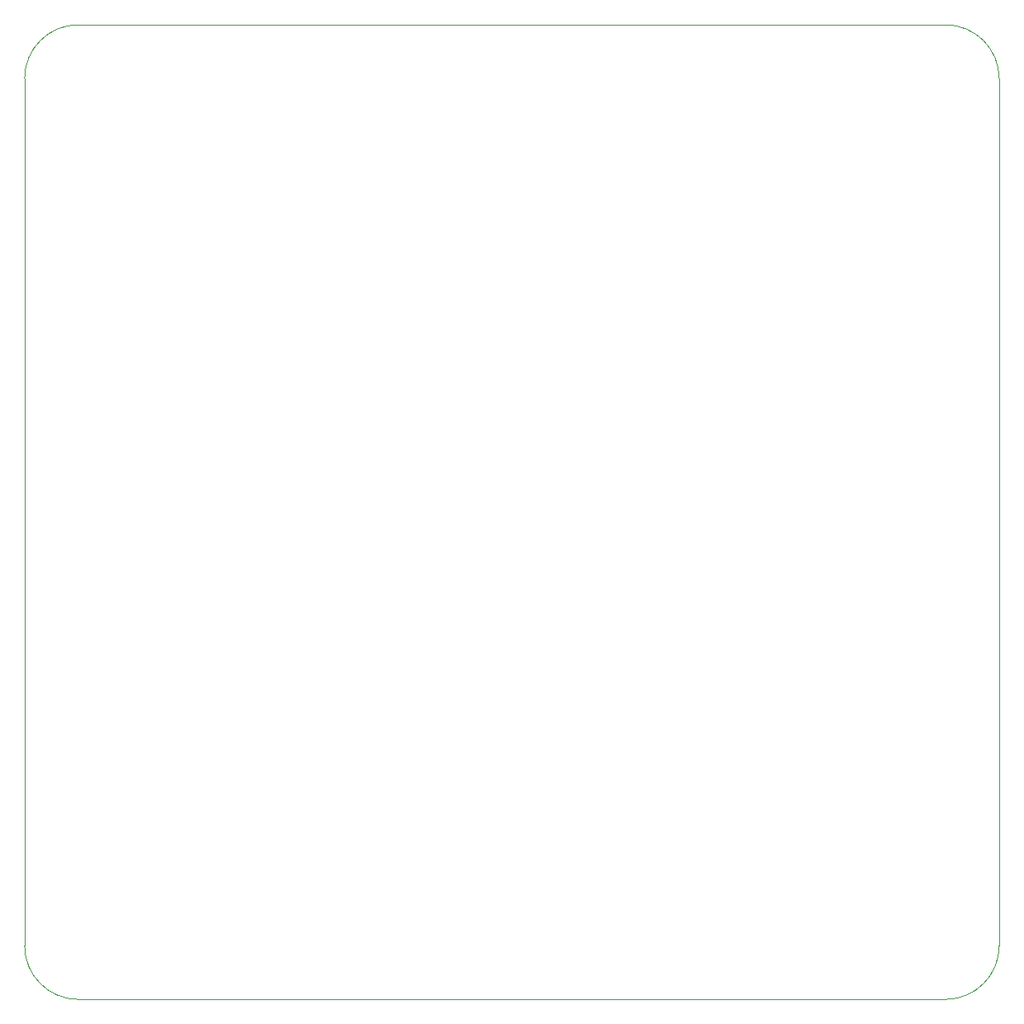
<source format=gm1>
G04 #@! TF.GenerationSoftware,KiCad,Pcbnew,(6.0.10)*
G04 #@! TF.CreationDate,2023-01-07T19:39:59+01:00*
G04 #@! TF.ProjectId,perfectV2.1v0,70657266-6563-4745-9632-2e3176302e6b,6*
G04 #@! TF.SameCoordinates,Original*
G04 #@! TF.FileFunction,Profile,NP*
%FSLAX46Y46*%
G04 Gerber Fmt 4.6, Leading zero omitted, Abs format (unit mm)*
G04 Created by KiCad (PCBNEW (6.0.10)) date 2023-01-07 19:39:59*
%MOMM*%
%LPD*%
G01*
G04 APERTURE LIST*
G04 #@! TA.AperFunction,Profile*
%ADD10C,0.050000*%
G04 #@! TD*
G04 APERTURE END LIST*
D10*
X147500000Y-82250000D02*
G75*
G03*
X142000000Y-76750000I-5500000J0D01*
G01*
X47500000Y-171250000D02*
G75*
G03*
X53000000Y-176750000I5500000J0D01*
G01*
X147500000Y-171250000D02*
X147500000Y-82250000D01*
X142000000Y-176750000D02*
G75*
G03*
X147500000Y-171250000I0J5500000D01*
G01*
X47500000Y-82250000D02*
X47500000Y-171250000D01*
X53000000Y-176750000D02*
X142000000Y-176750000D01*
X142000000Y-76750000D02*
X53000000Y-76750000D01*
X53000000Y-76750000D02*
G75*
G03*
X47500000Y-82250000I0J-5500000D01*
G01*
M02*

</source>
